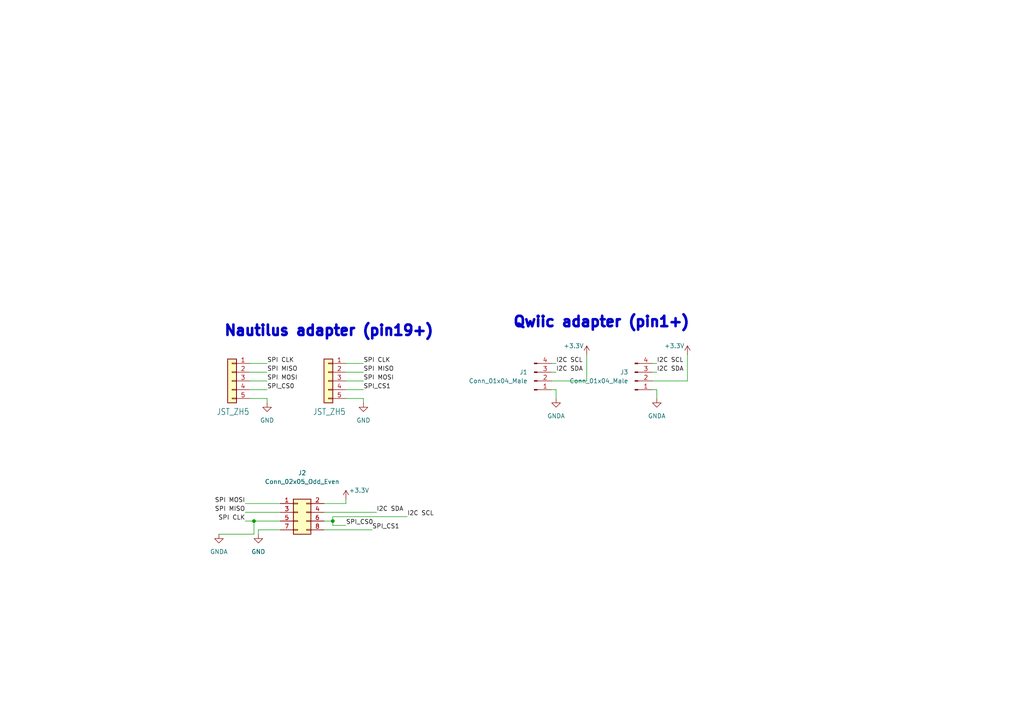
<source format=kicad_sch>
(kicad_sch (version 20230121) (generator eeschema)
  (paper "A4")
  (lib_symbols
    (symbol "Connector:Conn_01x04_Male" (pin_names (offset 1.016) hide)
      (property "Reference" "J" (at 0 5.08 0))
      (property "Value" "Conn_01x04_Male" (at 0 -7.62 0))
      (symbol "Conn_01x04_Male_1_1"
        (polyline (pts (xy 1.27 -5.08) (xy 0.8636 -5.08)) (stroke (width 0.1524)))
        (polyline (pts (xy 1.27 -2.54) (xy 0.8636 -2.54)) (stroke (width 0.1524)))
        (polyline (pts (xy 1.27 0) (xy 0.8636 0)) (stroke (width 0.1524)))
        (polyline (pts (xy 1.27 2.54) (xy 0.8636 2.54)) (stroke (width 0.1524)))
        (rectangle (start 0.8636 -4.953) (end 0 -5.207) (stroke (width 0.1524)) (fill (type outline)))
        (rectangle (start 0.8636 -2.413) (end 0 -2.667) (stroke (width 0.1524)) (fill (type outline)))
        (rectangle (start 0.8636 0.127) (end 0 -0.127) (stroke (width 0.1524)) (fill (type outline)))
        (rectangle (start 0.8636 2.667) (end 0 2.413) (stroke (width 0.1524)) (fill (type outline)))
        (pin passive line (at 5.08 2.54 180) (length 3.81) (name "Pin_1") (number "1"))
        (pin passive line (at 5.08 0 180) (length 3.81) (name "Pin_2") (number "2"))
        (pin passive line (at 5.08 -2.54 180) (length 3.81) (name "Pin_3") (number "3"))
        (pin passive line (at 5.08 -5.08 180) (length 3.81) (name "Pin_4") (number "4"))
      )
    )
    (symbol "Connector_Generic:Conn_01x05" (pin_names (offset 1.016) hide)
      (property "Reference" "J" (at 0 7.62 0))
      (property "Value" "Conn_01x05" (at 0 -7.62 0))
      (symbol "Conn_01x05_1_1"
        (rectangle (start -1.27 -4.953) (end 0 -5.207) (stroke (width 0.1524)))
        (rectangle (start -1.27 -2.413) (end 0 -2.667) (stroke (width 0.1524)))
        (rectangle (start -1.27 0.127) (end 0 -0.127) (stroke (width 0.1524)))
        (rectangle (start -1.27 2.667) (end 0 2.413) (stroke (width 0.1524)))
        (rectangle (start -1.27 5.207) (end 0 4.953) (stroke (width 0.1524)))
        (rectangle (start -1.27 6.35) (end 1.27 -6.35) (stroke (width 0.254)) (fill (type background)))
        (pin passive line (at -5.08 5.08 0) (length 3.81) (name "Pin_1") (number "1"))
        (pin passive line (at -5.08 2.54 0) (length 3.81) (name "Pin_2") (number "2"))
        (pin passive line (at -5.08 0 0) (length 3.81) (name "Pin_3") (number "3"))
        (pin passive line (at -5.08 -2.54 0) (length 3.81) (name "Pin_4") (number "4"))
        (pin passive line (at -5.08 -5.08 0) (length 3.81) (name "Pin_5") (number "5"))
      )
    )
    (symbol "Connector_Generic:Conn_02x04_Odd_Even" (pin_names (offset 1.016) hide)
      (property "Reference" "J" (at 1.27 5.08 0))
      (property "Value" "Conn_02x04_Odd_Even" (at 1.27 -7.62 0))
      (symbol "Conn_02x04_Odd_Even_1_1"
        (rectangle (start -1.27 -4.953) (end 0 -5.207) (stroke (width 0.1524)))
        (rectangle (start -1.27 -2.413) (end 0 -2.667) (stroke (width 0.1524)))
        (rectangle (start -1.27 0.127) (end 0 -0.127) (stroke (width 0.1524)))
        (rectangle (start -1.27 2.667) (end 0 2.413) (stroke (width 0.1524)))
        (rectangle (start -1.27 3.81) (end 3.81 -6.35) (stroke (width 0.254)) (fill (type background)))
        (rectangle (start 3.81 -4.953) (end 2.54 -5.207) (stroke (width 0.1524)))
        (rectangle (start 3.81 -2.413) (end 2.54 -2.667) (stroke (width 0.1524)))
        (rectangle (start 3.81 0.127) (end 2.54 -0.127) (stroke (width 0.1524)))
        (rectangle (start 3.81 2.667) (end 2.54 2.413) (stroke (width 0.1524)))
        (pin passive line (at -5.08 2.54 0) (length 3.81) (name "Pin_1") (number "1"))
        (pin passive line (at 7.62 2.54 180) (length 3.81) (name "Pin_2") (number "2"))
        (pin passive line (at -5.08 0 0) (length 3.81) (name "Pin_3") (number "3"))
        (pin passive line (at 7.62 0 180) (length 3.81) (name "Pin_4") (number "4"))
        (pin passive line (at -5.08 -2.54 0) (length 3.81) (name "Pin_5") (number "5"))
        (pin passive line (at 7.62 -2.54 180) (length 3.81) (name "Pin_6") (number "6"))
        (pin passive line (at -5.08 -5.08 0) (length 3.81) (name "Pin_7") (number "7"))
        (pin passive line (at 7.62 -5.08 180) (length 3.81) (name "Pin_8") (number "8"))
      )
    )
    (symbol "power:+3.3V" (power) (pin_names (offset 0))
      (property "Value" "+3.3V" (at 0 3.556 0))
      (symbol "+3.3V_0_1"
        (polyline (pts (xy -0.762 1.27) (xy 0 2.54)))
        (polyline (pts (xy 0 0) (xy 0 2.54)))
        (polyline (pts (xy 0 2.54) (xy 0.762 1.27)))
      )
      (symbol "+3.3V_1_1"
        (pin power_in line (at 0 0 90) (length 0) hide (name "+3.3V") (number "1"))
      )
    )
    (symbol "power:GND" (power) (pin_names (offset 0))
      (property "Value" "GND" (at 0 -3.81 0))
      (symbol "GND_0_1"
        (polyline (pts (xy 0 0) (xy 0 -1.27) (xy 1.27 -1.27) (xy 0 -2.54) (xy -1.27 -1.27) (xy 0 -1.27)))
      )
      (symbol "GND_1_1"
        (pin power_in line (at 0 0 270) (length 0) hide (name "GND") (number "1"))
      )
    )
    (symbol "power:GNDA" (power) (pin_names (offset 0))
      (property "Value" "GNDA" (at 0 -3.81 0))
      (symbol "GNDA_0_1"
        (polyline (pts (xy 0 0) (xy 0 -1.27) (xy 1.27 -1.27) (xy 0 -2.54) (xy -1.27 -1.27) (xy 0 -1.27)))
      )
      (symbol "GNDA_1_1"
        (pin power_in line (at 0 0 270) (length 0) hide (name "GNDA") (number "1"))
      )
    )
  )
  (junction (at 73.66 151.13))
  (junction (at 96.52 151.13))
  (wire (pts (xy 63.5 154.94) (xy 73.66 154.94)))
  (wire (pts (xy 73.66 151.13) (xy 81.28 151.13)))
  (wire (pts (xy 72.39 107.95) (xy 77.47 107.95)))
  (wire (pts (xy 73.66 151.13) (xy 73.66 154.94)))
  (wire (pts (xy 81.28 153.67) (xy 74.93 153.67)))
  (wire (pts (xy 199.39 110.49) (xy 199.39 102.87)))
  (wire (pts (xy 77.47 115.57) (xy 72.39 115.57)))
  (wire (pts (xy 170.18 110.49) (xy 170.18 102.87)))
  (wire (pts (xy 160.02 105.41) (xy 161.29 105.41)))
  (wire (pts (xy 100.33 105.41) (xy 105.41 105.41)))
  (wire (pts (xy 105.41 115.57) (xy 100.33 115.57)))
  (wire (pts (xy 72.39 110.49) (xy 77.47 110.49)))
  (wire (pts (xy 100.33 107.95) (xy 105.41 107.95)))
  (wire (pts (xy 96.52 151.13) (xy 93.98 151.13)))
  (wire (pts (xy 190.5 113.03) (xy 190.5 115.57)))
  (wire (pts (xy 105.41 116.84) (xy 105.41 115.57)))
  (wire (pts (xy 72.39 105.41) (xy 77.47 105.41)))
  (wire (pts (xy 160.02 113.03) (xy 161.29 113.03)))
  (wire (pts (xy 74.93 153.67) (xy 74.93 154.94)))
  (wire (pts (xy 93.98 146.05) (xy 100.33 146.05)))
  (wire (pts (xy 77.47 116.84) (xy 77.47 115.57)))
  (wire (pts (xy 71.12 148.59) (xy 81.28 148.59)))
  (wire (pts (xy 160.02 110.49) (xy 170.18 110.49)))
  (wire (pts (xy 100.33 110.49) (xy 105.41 110.49)))
  (wire (pts (xy 161.29 113.03) (xy 161.29 115.57)))
  (wire (pts (xy 72.39 113.03) (xy 77.47 113.03)))
  (wire (pts (xy 93.98 148.59) (xy 109.22 148.59)))
  (wire (pts (xy 189.23 105.41) (xy 190.5 105.41)))
  (wire (pts (xy 93.98 153.67) (xy 107.95 153.67)))
  (wire (pts (xy 71.12 146.05) (xy 81.28 146.05)))
  (wire (pts (xy 71.12 151.13) (xy 73.66 151.13)))
  (wire (pts (xy 100.33 113.03) (xy 105.41 113.03)))
  (wire (pts (xy 118.11 149.86) (xy 96.52 149.86)))
  (wire (pts (xy 161.29 107.95) (xy 160.02 107.95)))
  (wire (pts (xy 189.23 113.03) (xy 190.5 113.03)))
  (wire (pts (xy 189.23 110.49) (xy 199.39 110.49)))
  (wire (pts (xy 96.52 149.86) (xy 96.52 151.13)))
  (wire (pts (xy 190.5 107.95) (xy 189.23 107.95)))
  (wire (pts (xy 100.33 146.05) (xy 100.33 144.78)))
  (wire (pts (xy 96.52 152.4) (xy 96.52 151.13)))
  (wire (pts (xy 100.33 152.4) (xy 96.52 152.4)))
  (text "Nautilus adapter (pin19+)" (at 64.77 97.79 0) (effects (font (size 3 3) (thickness 0.8) bold) (justify left bottom)))
  (text "Qwiic adapter (pin1+)" (at 148.59 95.25 0) (effects (font (size 3 3) (thickness 0.8) bold) (justify left bottom)))
  (label "SPI MISO" (at 77.47 107.95 0))
  (label "SPI_CS1" (at 105.41 113.03 0))
  (label "SPI CLK" (at 77.47 105.41 0))
  (label "I2C SCL" (at 118.11 149.86 0))
  (label "SPI_CS0" (at 100.33 152.4 0))
  (label "I2C SDA" (at 161.29 107.95 0))
  (label "I2C SDA" (at 190.5 107.95 0))
  (label "SPI MISO" (at 71.12 148.59 180))
  (label "SPI MOSI" (at 71.12 146.05 180))
  (label "SPI_CS0" (at 77.47 113.03 0))
  (label "SPI CLK" (at 71.12 151.13 180))
  (label "SPI CLK" (at 105.41 105.41 0))
  (label "SPI MOSI" (at 77.47 110.49 0))
  (label "I2C SDA" (at 109.22 148.59 0))
  (label "SPI_CS1" (at 107.95 153.67 0))
  (label "SPI MISO" (at 105.41 107.95 0))
  (label "I2C SCL" (at 161.29 105.41 0))
  (label "I2C SCL" (at 190.5 105.41 0))
  (label "SPI MOSI" (at 105.41 110.49 0))
  (symbol (lib_id "power:+3.3V") (at 170.18 102.87 0) (unit 1)
    (property "Reference" "#PWR02" (effects hide))
    (property "Value" "+3.3V" (at 166.37 100.33 0))
  )
  (symbol (lib_id "power:GNDA") (at 190.5 115.57 0) (unit 1)
    (property "Reference" "#PWR08" (effects hide))
    (property "Value" "GNDA" (at 190.5 120.65 0))
  )
  (symbol (lib_id "power:GNDA") (at 63.5 154.94 0) (mirror y) (unit 1)
    (property "Reference" "#PWR01" (effects hide))
    (property "Value" "GNDA" (at 63.5 160.02 0))
  )
  (symbol (lib_id "power:GND") (at 74.93 154.94 0) (mirror y) (unit 1)
    (property "Reference" "#PWR05" (effects hide))
    (property "Value" "GND" (at 74.93 160.02 0))
  )
  (symbol (lib_id "power:+3.3V") (at 100.33 144.78 0) (mirror y) (unit 1)
    (property "Reference" "#PWR06" (effects hide))
    (property "Value" "+3.3V" (at 104.14 142.24 0))
  )
  (symbol (lib_id "power:GND") (at 105.41 116.84 0) (unit 1)
    (property "Reference" "#PWR04" (effects hide))
    (property "Value" "GND" (at 105.41 121.92 0))
  )
  (symbol (lib_id "Connector_Generic:Conn_01x05") (at 67.31 110.49 0) (mirror y) (unit 1)
    (property "Reference" "SPI1" (effects hide))
    (property "Value" "JST_ZH5" (at 72.39 120.396 0) (effects (font (size 1.778 1.5113)) (justify left bottom)))
    (property "Footprint" "Connector_JST:JST_GH_SM05B-GHS-TB_1x05-1MP_P1.25mm_Horizontal" (effects hide))
    (property "MF" "JST" (effects hide))
    (property "MPN" "S4B-ZR-SM4A-TF(LF)(SN)" (effects hide))
    (property "POPULATE" "1" (effects hide))
    (property "RS" "    752-1807P" (effects hide))
  )
  (symbol (lib_id "Connector:Conn_01x04_Male") (at 154.94 110.49 0) (mirror x) (unit 1)
    (property "Reference" "J1" (at 153.035 107.9499 0) (effects (justify right)))
    (property "Value" "Conn_01x04_Male" (at 153.035 110.4899 0) (effects (justify right)))
    (property "Footprint" "Connector_JST:JST_SH_SM04B-SRSS-TB_1x04-1MP_P1.00mm_Horizontal" (effects hide))
    (property "RS" "    515-1513" (effects hide))
  )
  (symbol (lib_id "Connector:Conn_01x04_Male") (at 184.15 110.49 0) (mirror x) (unit 1)
    (property "Reference" "J3" (at 182.245 107.9499 0) (effects (justify right)))
    (property "Value" "Conn_01x04_Male" (at 182.245 110.4899 0) (effects (justify right)))
    (property "Footprint" "Connector_JST:JST_SH_SM04B-SRSS-TB_1x04-1MP_P1.00mm_Horizontal" (effects hide))
    (property "RS" "    515-1513" (effects hide))
  )
  (symbol (lib_id "power:+3.3V") (at 199.39 102.87 0) (unit 1)
    (property "Reference" "#PWR09" (effects hide))
    (property "Value" "+3.3V" (at 195.58 100.33 0))
  )
  (symbol (lib_id "power:GNDA") (at 161.29 115.57 0) (unit 1)
    (property "Reference" "#PWR07" (effects hide))
    (property "Value" "GNDA" (at 161.29 120.65 0))
  )
  (symbol (lib_id "Connector_Generic:Conn_01x05") (at 95.25 110.49 0) (mirror y) (unit 1)
    (property "Reference" "SPI2" (effects hide))
    (property "Value" "JST_ZH5" (at 100.33 120.396 0) (effects (font (size 1.778 1.5113)) (justify left bottom)))
    (property "Footprint" "Connector_JST:JST_GH_SM05B-GHS-TB_1x05-1MP_P1.25mm_Horizontal" (effects hide))
    (property "MF" "JST" (effects hide))
    (property "MPN" "S4B-ZR-SM4A-TF(LF)(SN)" (effects hide))
    (property "POPULATE" "1" (effects hide))
    (property "RS" "    752-1807P" (effects hide))
  )
  (symbol (lib_id "Connector_Generic:Conn_02x04_Odd_Even") (at 86.36 148.59 0) (unit 1)
    (property "Reference" "J2" (at 87.63 137.16 0))
    (property "Value" "Conn_02x05_Odd_Even" (at 87.63 139.7 0))
    (property "Footprint" "Connector_PinHeader_2.54mm:PinHeader_2x04_P2.54mm_Vertical" (effects hide))
  )
  (symbol (lib_id "power:GND") (at 77.47 116.84 0) (unit 1)
    (property "Reference" "#PWR03" (effects hide))
    (property "Value" "GND" (at 77.47 121.92 0))
  )
)
</source>
